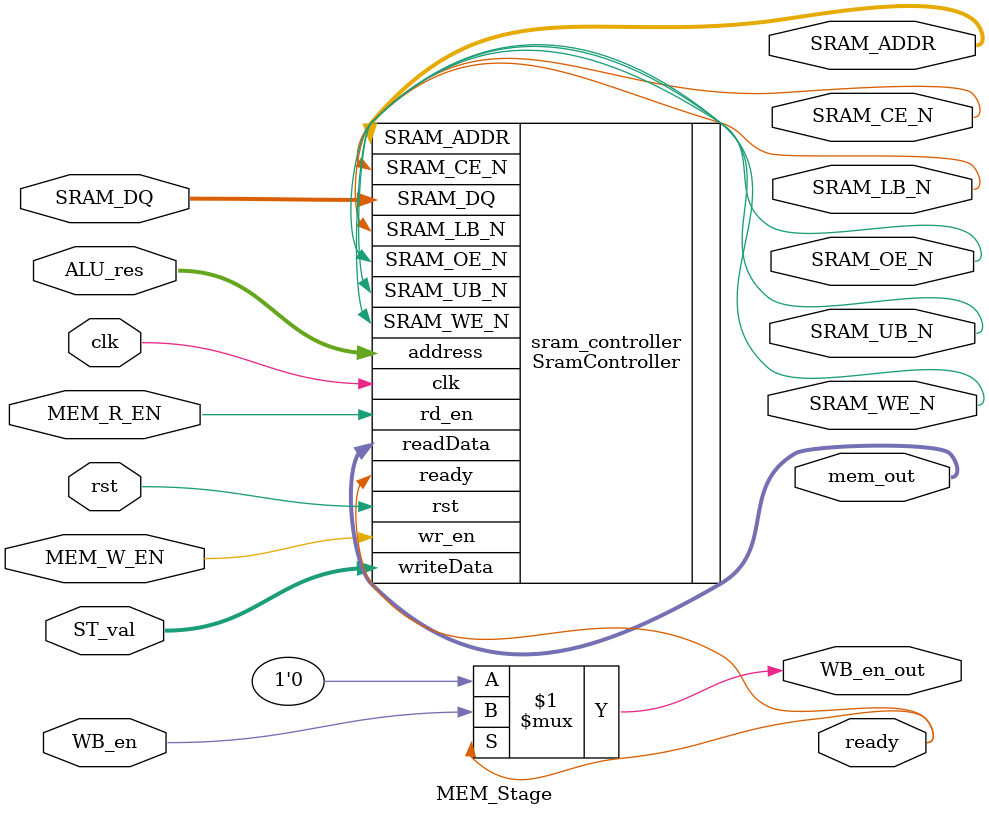
<source format=v>
module MEM_Stage (
    input clk, rst, WB_en,
    input MEM_W_EN, MEM_R_EN,
    input[31:0] ALU_res, ST_val,
    output[31:0] mem_out,
    output WB_en_out,
    output ready,
    inout[15:0] SRAM_DQ,
    output[17:0] SRAM_ADDR,
    output SRAM_WE_N,
    output SRAM_UB_N,
    output SRAM_LB_N,
    output SRAM_CE_N,
    output SRAM_OE_N
  );

  // Data_Mem data_mem (
  //            .clk(clk),
  //            .rst(rst),
  //            .MEM_W_EN(MEM_W_EN),
  //            .MEM_R_EN(MEM_R_EN),
  //            .address(ALU_res),
  //            .data(ST_val),
  //            .out(mem_out)
  //          );

  assign WB_en_out = ready ? WB_en : 1'b0;

  SramController sram_controller (
                    .clk(clk),
                    .rst(rst),
                    .wr_en(MEM_W_EN),
                    .rd_en(MEM_R_EN),
                    .address(ALU_res),
                    .writeData(ST_val),

                    .readData(mem_out),
                    .ready(ready),
                    .SRAM_DQ(SRAM_DQ),
                    .SRAM_ADDR(SRAM_ADDR),
                    .SRAM_WE_N(SRAM_WE_N),
                    .SRAM_UB_N(SRAM_UB_N),
                    .SRAM_LB_N(SRAM_LB_N),
                    .SRAM_CE_N(SRAM_CE_N),
                    .SRAM_OE_N(SRAM_OE_N)
                  );

endmodule

</source>
